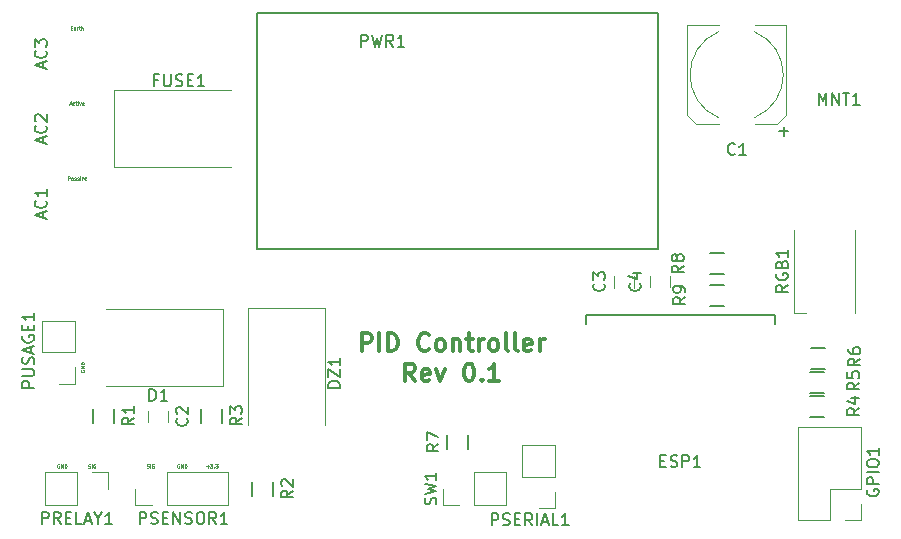
<source format=gbr>
G04 #@! TF.FileFunction,Legend,Top*
%FSLAX46Y46*%
G04 Gerber Fmt 4.6, Leading zero omitted, Abs format (unit mm)*
G04 Created by KiCad (PCBNEW 4.0.5) date Friday, 17 February 2017 'PMt' 12:17:44 PM*
%MOMM*%
%LPD*%
G01*
G04 APERTURE LIST*
%ADD10C,0.100000*%
%ADD11C,0.075000*%
%ADD12C,0.300000*%
%ADD13C,0.127000*%
%ADD14C,0.120000*%
%ADD15C,0.152400*%
%ADD16C,0.150000*%
G04 APERTURE END LIST*
D10*
D11*
X101085714Y-62589571D02*
X101185714Y-62589571D01*
X101228571Y-62746714D02*
X101085714Y-62746714D01*
X101085714Y-62446714D01*
X101228571Y-62446714D01*
X101485714Y-62746714D02*
X101485714Y-62589571D01*
X101471428Y-62561000D01*
X101442857Y-62546714D01*
X101385714Y-62546714D01*
X101357143Y-62561000D01*
X101485714Y-62732429D02*
X101457143Y-62746714D01*
X101385714Y-62746714D01*
X101357143Y-62732429D01*
X101342857Y-62703857D01*
X101342857Y-62675286D01*
X101357143Y-62646714D01*
X101385714Y-62632429D01*
X101457143Y-62632429D01*
X101485714Y-62618143D01*
X101628572Y-62746714D02*
X101628572Y-62546714D01*
X101628572Y-62603857D02*
X101642857Y-62575286D01*
X101657143Y-62561000D01*
X101685714Y-62546714D01*
X101714286Y-62546714D01*
X101771428Y-62546714D02*
X101885714Y-62546714D01*
X101814286Y-62446714D02*
X101814286Y-62703857D01*
X101828571Y-62732429D01*
X101857143Y-62746714D01*
X101885714Y-62746714D01*
X101985715Y-62746714D02*
X101985715Y-62446714D01*
X102114286Y-62746714D02*
X102114286Y-62589571D01*
X102100000Y-62561000D01*
X102071429Y-62546714D01*
X102028572Y-62546714D01*
X102000000Y-62561000D01*
X101985715Y-62575286D01*
X101000000Y-69011000D02*
X101142857Y-69011000D01*
X100971428Y-69096714D02*
X101071428Y-68796714D01*
X101171428Y-69096714D01*
X101400000Y-69082429D02*
X101371429Y-69096714D01*
X101314286Y-69096714D01*
X101285714Y-69082429D01*
X101271429Y-69068143D01*
X101257143Y-69039571D01*
X101257143Y-68953857D01*
X101271429Y-68925286D01*
X101285714Y-68911000D01*
X101314286Y-68896714D01*
X101371429Y-68896714D01*
X101400000Y-68911000D01*
X101485714Y-68896714D02*
X101600000Y-68896714D01*
X101528572Y-68796714D02*
X101528572Y-69053857D01*
X101542857Y-69082429D01*
X101571429Y-69096714D01*
X101600000Y-69096714D01*
X101700001Y-69096714D02*
X101700001Y-68896714D01*
X101700001Y-68796714D02*
X101685715Y-68811000D01*
X101700001Y-68825286D01*
X101714286Y-68811000D01*
X101700001Y-68796714D01*
X101700001Y-68825286D01*
X101814286Y-68896714D02*
X101885715Y-69096714D01*
X101957143Y-68896714D01*
X102185714Y-69082429D02*
X102157143Y-69096714D01*
X102100000Y-69096714D01*
X102071429Y-69082429D01*
X102057143Y-69053857D01*
X102057143Y-68939571D01*
X102071429Y-68911000D01*
X102100000Y-68896714D01*
X102157143Y-68896714D01*
X102185714Y-68911000D01*
X102200000Y-68939571D01*
X102200000Y-68968143D01*
X102057143Y-68996714D01*
X100828572Y-75446714D02*
X100828572Y-75146714D01*
X100942857Y-75146714D01*
X100971429Y-75161000D01*
X100985714Y-75175286D01*
X101000000Y-75203857D01*
X101000000Y-75246714D01*
X100985714Y-75275286D01*
X100971429Y-75289571D01*
X100942857Y-75303857D01*
X100828572Y-75303857D01*
X101257143Y-75446714D02*
X101257143Y-75289571D01*
X101242857Y-75261000D01*
X101214286Y-75246714D01*
X101157143Y-75246714D01*
X101128572Y-75261000D01*
X101257143Y-75432429D02*
X101228572Y-75446714D01*
X101157143Y-75446714D01*
X101128572Y-75432429D01*
X101114286Y-75403857D01*
X101114286Y-75375286D01*
X101128572Y-75346714D01*
X101157143Y-75332429D01*
X101228572Y-75332429D01*
X101257143Y-75318143D01*
X101385715Y-75432429D02*
X101414286Y-75446714D01*
X101471429Y-75446714D01*
X101500001Y-75432429D01*
X101514286Y-75403857D01*
X101514286Y-75389571D01*
X101500001Y-75361000D01*
X101471429Y-75346714D01*
X101428572Y-75346714D01*
X101400001Y-75332429D01*
X101385715Y-75303857D01*
X101385715Y-75289571D01*
X101400001Y-75261000D01*
X101428572Y-75246714D01*
X101471429Y-75246714D01*
X101500001Y-75261000D01*
X101628572Y-75432429D02*
X101657143Y-75446714D01*
X101714286Y-75446714D01*
X101742858Y-75432429D01*
X101757143Y-75403857D01*
X101757143Y-75389571D01*
X101742858Y-75361000D01*
X101714286Y-75346714D01*
X101671429Y-75346714D01*
X101642858Y-75332429D01*
X101628572Y-75303857D01*
X101628572Y-75289571D01*
X101642858Y-75261000D01*
X101671429Y-75246714D01*
X101714286Y-75246714D01*
X101742858Y-75261000D01*
X101885715Y-75446714D02*
X101885715Y-75246714D01*
X101885715Y-75146714D02*
X101871429Y-75161000D01*
X101885715Y-75175286D01*
X101900000Y-75161000D01*
X101885715Y-75146714D01*
X101885715Y-75175286D01*
X102000000Y-75246714D02*
X102071429Y-75446714D01*
X102142857Y-75246714D01*
X102371428Y-75432429D02*
X102342857Y-75446714D01*
X102285714Y-75446714D01*
X102257143Y-75432429D01*
X102242857Y-75403857D01*
X102242857Y-75289571D01*
X102257143Y-75261000D01*
X102285714Y-75246714D01*
X102342857Y-75246714D01*
X102371428Y-75261000D01*
X102385714Y-75289571D01*
X102385714Y-75318143D01*
X102242857Y-75346714D01*
D12*
X125707144Y-89954571D02*
X125707144Y-88454571D01*
X126278572Y-88454571D01*
X126421430Y-88526000D01*
X126492858Y-88597429D01*
X126564287Y-88740286D01*
X126564287Y-88954571D01*
X126492858Y-89097429D01*
X126421430Y-89168857D01*
X126278572Y-89240286D01*
X125707144Y-89240286D01*
X127207144Y-89954571D02*
X127207144Y-88454571D01*
X127921430Y-89954571D02*
X127921430Y-88454571D01*
X128278573Y-88454571D01*
X128492858Y-88526000D01*
X128635716Y-88668857D01*
X128707144Y-88811714D01*
X128778573Y-89097429D01*
X128778573Y-89311714D01*
X128707144Y-89597429D01*
X128635716Y-89740286D01*
X128492858Y-89883143D01*
X128278573Y-89954571D01*
X127921430Y-89954571D01*
X131421430Y-89811714D02*
X131350001Y-89883143D01*
X131135715Y-89954571D01*
X130992858Y-89954571D01*
X130778573Y-89883143D01*
X130635715Y-89740286D01*
X130564287Y-89597429D01*
X130492858Y-89311714D01*
X130492858Y-89097429D01*
X130564287Y-88811714D01*
X130635715Y-88668857D01*
X130778573Y-88526000D01*
X130992858Y-88454571D01*
X131135715Y-88454571D01*
X131350001Y-88526000D01*
X131421430Y-88597429D01*
X132278573Y-89954571D02*
X132135715Y-89883143D01*
X132064287Y-89811714D01*
X131992858Y-89668857D01*
X131992858Y-89240286D01*
X132064287Y-89097429D01*
X132135715Y-89026000D01*
X132278573Y-88954571D01*
X132492858Y-88954571D01*
X132635715Y-89026000D01*
X132707144Y-89097429D01*
X132778573Y-89240286D01*
X132778573Y-89668857D01*
X132707144Y-89811714D01*
X132635715Y-89883143D01*
X132492858Y-89954571D01*
X132278573Y-89954571D01*
X133421430Y-88954571D02*
X133421430Y-89954571D01*
X133421430Y-89097429D02*
X133492858Y-89026000D01*
X133635716Y-88954571D01*
X133850001Y-88954571D01*
X133992858Y-89026000D01*
X134064287Y-89168857D01*
X134064287Y-89954571D01*
X134564287Y-88954571D02*
X135135716Y-88954571D01*
X134778573Y-88454571D02*
X134778573Y-89740286D01*
X134850001Y-89883143D01*
X134992859Y-89954571D01*
X135135716Y-89954571D01*
X135635716Y-89954571D02*
X135635716Y-88954571D01*
X135635716Y-89240286D02*
X135707144Y-89097429D01*
X135778573Y-89026000D01*
X135921430Y-88954571D01*
X136064287Y-88954571D01*
X136778573Y-89954571D02*
X136635715Y-89883143D01*
X136564287Y-89811714D01*
X136492858Y-89668857D01*
X136492858Y-89240286D01*
X136564287Y-89097429D01*
X136635715Y-89026000D01*
X136778573Y-88954571D01*
X136992858Y-88954571D01*
X137135715Y-89026000D01*
X137207144Y-89097429D01*
X137278573Y-89240286D01*
X137278573Y-89668857D01*
X137207144Y-89811714D01*
X137135715Y-89883143D01*
X136992858Y-89954571D01*
X136778573Y-89954571D01*
X138135716Y-89954571D02*
X137992858Y-89883143D01*
X137921430Y-89740286D01*
X137921430Y-88454571D01*
X138921430Y-89954571D02*
X138778572Y-89883143D01*
X138707144Y-89740286D01*
X138707144Y-88454571D01*
X140064286Y-89883143D02*
X139921429Y-89954571D01*
X139635715Y-89954571D01*
X139492858Y-89883143D01*
X139421429Y-89740286D01*
X139421429Y-89168857D01*
X139492858Y-89026000D01*
X139635715Y-88954571D01*
X139921429Y-88954571D01*
X140064286Y-89026000D01*
X140135715Y-89168857D01*
X140135715Y-89311714D01*
X139421429Y-89454571D01*
X140778572Y-89954571D02*
X140778572Y-88954571D01*
X140778572Y-89240286D02*
X140850000Y-89097429D01*
X140921429Y-89026000D01*
X141064286Y-88954571D01*
X141207143Y-88954571D01*
X130242858Y-92504571D02*
X129742858Y-91790286D01*
X129385715Y-92504571D02*
X129385715Y-91004571D01*
X129957143Y-91004571D01*
X130100001Y-91076000D01*
X130171429Y-91147429D01*
X130242858Y-91290286D01*
X130242858Y-91504571D01*
X130171429Y-91647429D01*
X130100001Y-91718857D01*
X129957143Y-91790286D01*
X129385715Y-91790286D01*
X131457143Y-92433143D02*
X131314286Y-92504571D01*
X131028572Y-92504571D01*
X130885715Y-92433143D01*
X130814286Y-92290286D01*
X130814286Y-91718857D01*
X130885715Y-91576000D01*
X131028572Y-91504571D01*
X131314286Y-91504571D01*
X131457143Y-91576000D01*
X131528572Y-91718857D01*
X131528572Y-91861714D01*
X130814286Y-92004571D01*
X132028572Y-91504571D02*
X132385715Y-92504571D01*
X132742857Y-91504571D01*
X134742857Y-91004571D02*
X134885714Y-91004571D01*
X135028571Y-91076000D01*
X135100000Y-91147429D01*
X135171429Y-91290286D01*
X135242857Y-91576000D01*
X135242857Y-91933143D01*
X135171429Y-92218857D01*
X135100000Y-92361714D01*
X135028571Y-92433143D01*
X134885714Y-92504571D01*
X134742857Y-92504571D01*
X134600000Y-92433143D01*
X134528571Y-92361714D01*
X134457143Y-92218857D01*
X134385714Y-91933143D01*
X134385714Y-91576000D01*
X134457143Y-91290286D01*
X134528571Y-91147429D01*
X134600000Y-91076000D01*
X134742857Y-91004571D01*
X135885714Y-92361714D02*
X135957142Y-92433143D01*
X135885714Y-92504571D01*
X135814285Y-92433143D01*
X135885714Y-92361714D01*
X135885714Y-92504571D01*
X137385714Y-92504571D02*
X136528571Y-92504571D01*
X136957143Y-92504571D02*
X136957143Y-91004571D01*
X136814286Y-91218857D01*
X136671428Y-91361714D01*
X136528571Y-91433143D01*
D11*
X101958000Y-91541572D02*
X101943714Y-91570143D01*
X101943714Y-91613000D01*
X101958000Y-91655857D01*
X101986571Y-91684429D01*
X102015143Y-91698714D01*
X102072286Y-91713000D01*
X102115143Y-91713000D01*
X102172286Y-91698714D01*
X102200857Y-91684429D01*
X102229429Y-91655857D01*
X102243714Y-91613000D01*
X102243714Y-91584429D01*
X102229429Y-91541572D01*
X102215143Y-91527286D01*
X102115143Y-91527286D01*
X102115143Y-91584429D01*
X102243714Y-91398714D02*
X101943714Y-91398714D01*
X102243714Y-91227286D01*
X101943714Y-91227286D01*
X102243714Y-91084428D02*
X101943714Y-91084428D01*
X101943714Y-91013000D01*
X101958000Y-90970143D01*
X101986571Y-90941571D01*
X102015143Y-90927286D01*
X102072286Y-90913000D01*
X102115143Y-90913000D01*
X102172286Y-90927286D01*
X102200857Y-90941571D01*
X102229429Y-90970143D01*
X102243714Y-91013000D01*
X102243714Y-91084428D01*
X102562858Y-99816429D02*
X102605715Y-99830714D01*
X102677144Y-99830714D01*
X102705715Y-99816429D01*
X102720001Y-99802143D01*
X102734286Y-99773571D01*
X102734286Y-99745000D01*
X102720001Y-99716429D01*
X102705715Y-99702143D01*
X102677144Y-99687857D01*
X102620001Y-99673571D01*
X102591429Y-99659286D01*
X102577144Y-99645000D01*
X102562858Y-99616429D01*
X102562858Y-99587857D01*
X102577144Y-99559286D01*
X102591429Y-99545000D01*
X102620001Y-99530714D01*
X102691429Y-99530714D01*
X102734286Y-99545000D01*
X102862858Y-99830714D02*
X102862858Y-99530714D01*
X103162857Y-99545000D02*
X103134286Y-99530714D01*
X103091429Y-99530714D01*
X103048572Y-99545000D01*
X103020000Y-99573571D01*
X103005715Y-99602143D01*
X102991429Y-99659286D01*
X102991429Y-99702143D01*
X103005715Y-99759286D01*
X103020000Y-99787857D01*
X103048572Y-99816429D01*
X103091429Y-99830714D01*
X103120000Y-99830714D01*
X103162857Y-99816429D01*
X103177143Y-99802143D01*
X103177143Y-99702143D01*
X103120000Y-99702143D01*
X107515858Y-99816429D02*
X107558715Y-99830714D01*
X107630144Y-99830714D01*
X107658715Y-99816429D01*
X107673001Y-99802143D01*
X107687286Y-99773571D01*
X107687286Y-99745000D01*
X107673001Y-99716429D01*
X107658715Y-99702143D01*
X107630144Y-99687857D01*
X107573001Y-99673571D01*
X107544429Y-99659286D01*
X107530144Y-99645000D01*
X107515858Y-99616429D01*
X107515858Y-99587857D01*
X107530144Y-99559286D01*
X107544429Y-99545000D01*
X107573001Y-99530714D01*
X107644429Y-99530714D01*
X107687286Y-99545000D01*
X107815858Y-99830714D02*
X107815858Y-99530714D01*
X108115857Y-99545000D02*
X108087286Y-99530714D01*
X108044429Y-99530714D01*
X108001572Y-99545000D01*
X107973000Y-99573571D01*
X107958715Y-99602143D01*
X107944429Y-99659286D01*
X107944429Y-99702143D01*
X107958715Y-99759286D01*
X107973000Y-99787857D01*
X108001572Y-99816429D01*
X108044429Y-99830714D01*
X108073000Y-99830714D01*
X108115857Y-99816429D01*
X108130143Y-99802143D01*
X108130143Y-99702143D01*
X108073000Y-99702143D01*
X112558572Y-99716429D02*
X112787143Y-99716429D01*
X112672857Y-99830714D02*
X112672857Y-99602143D01*
X112901429Y-99530714D02*
X113087143Y-99530714D01*
X112987143Y-99645000D01*
X113030001Y-99645000D01*
X113058572Y-99659286D01*
X113072858Y-99673571D01*
X113087143Y-99702143D01*
X113087143Y-99773571D01*
X113072858Y-99802143D01*
X113058572Y-99816429D01*
X113030001Y-99830714D01*
X112944286Y-99830714D01*
X112915715Y-99816429D01*
X112901429Y-99802143D01*
X113215715Y-99802143D02*
X113230000Y-99816429D01*
X113215715Y-99830714D01*
X113201429Y-99816429D01*
X113215715Y-99802143D01*
X113215715Y-99830714D01*
X113330000Y-99530714D02*
X113515714Y-99530714D01*
X113415714Y-99645000D01*
X113458572Y-99645000D01*
X113487143Y-99659286D01*
X113501429Y-99673571D01*
X113515714Y-99702143D01*
X113515714Y-99773571D01*
X113501429Y-99802143D01*
X113487143Y-99816429D01*
X113458572Y-99830714D01*
X113372857Y-99830714D01*
X113344286Y-99816429D01*
X113330000Y-99802143D01*
X110261428Y-99545000D02*
X110232857Y-99530714D01*
X110190000Y-99530714D01*
X110147143Y-99545000D01*
X110118571Y-99573571D01*
X110104286Y-99602143D01*
X110090000Y-99659286D01*
X110090000Y-99702143D01*
X110104286Y-99759286D01*
X110118571Y-99787857D01*
X110147143Y-99816429D01*
X110190000Y-99830714D01*
X110218571Y-99830714D01*
X110261428Y-99816429D01*
X110275714Y-99802143D01*
X110275714Y-99702143D01*
X110218571Y-99702143D01*
X110404286Y-99830714D02*
X110404286Y-99530714D01*
X110575714Y-99830714D01*
X110575714Y-99530714D01*
X110718572Y-99830714D02*
X110718572Y-99530714D01*
X110790000Y-99530714D01*
X110832857Y-99545000D01*
X110861429Y-99573571D01*
X110875714Y-99602143D01*
X110890000Y-99659286D01*
X110890000Y-99702143D01*
X110875714Y-99759286D01*
X110861429Y-99787857D01*
X110832857Y-99816429D01*
X110790000Y-99830714D01*
X110718572Y-99830714D01*
X100101428Y-99545000D02*
X100072857Y-99530714D01*
X100030000Y-99530714D01*
X99987143Y-99545000D01*
X99958571Y-99573571D01*
X99944286Y-99602143D01*
X99930000Y-99659286D01*
X99930000Y-99702143D01*
X99944286Y-99759286D01*
X99958571Y-99787857D01*
X99987143Y-99816429D01*
X100030000Y-99830714D01*
X100058571Y-99830714D01*
X100101428Y-99816429D01*
X100115714Y-99802143D01*
X100115714Y-99702143D01*
X100058571Y-99702143D01*
X100244286Y-99830714D02*
X100244286Y-99530714D01*
X100415714Y-99830714D01*
X100415714Y-99530714D01*
X100558572Y-99830714D02*
X100558572Y-99530714D01*
X100630000Y-99530714D01*
X100672857Y-99545000D01*
X100701429Y-99573571D01*
X100715714Y-99602143D01*
X100730000Y-99659286D01*
X100730000Y-99702143D01*
X100715714Y-99759286D01*
X100701429Y-99787857D01*
X100672857Y-99816429D01*
X100630000Y-99830714D01*
X100558572Y-99830714D01*
D13*
X150826000Y-81334000D02*
X150826000Y-61334000D01*
X116826000Y-61334000D02*
X116826000Y-81334000D01*
X116826000Y-81334000D02*
X150826000Y-81334000D01*
X150826000Y-61334000D02*
X116826000Y-61334000D01*
D14*
X158988639Y-70183306D02*
G75*
G03X158991300Y-62917800I-1508639J3633306D01*
G01*
X155970597Y-62891616D02*
G75*
G03X155968700Y-70207600I1509403J-3658384D01*
G01*
X160909000Y-70741000D02*
X158991300Y-70741000D01*
X154051000Y-70741000D02*
X155968700Y-70741000D01*
X161671000Y-62359000D02*
X158991300Y-62359000D01*
X153289000Y-62359000D02*
X155968700Y-62359000D01*
X161671000Y-62359000D02*
X161671000Y-69979000D01*
X161671000Y-69979000D02*
X160909000Y-70741000D01*
X154051000Y-70741000D02*
X153289000Y-69979000D01*
X153289000Y-69979000D02*
X153289000Y-62359000D01*
X109308000Y-95984000D02*
X109308000Y-94984000D01*
X107608000Y-94984000D02*
X107608000Y-95984000D01*
X147105000Y-83574000D02*
X147105000Y-84574000D01*
X148805000Y-84574000D02*
X148805000Y-83574000D01*
X150153000Y-83554000D02*
X150153000Y-84554000D01*
X151853000Y-84554000D02*
X151853000Y-83554000D01*
X113983000Y-86412000D02*
X113983000Y-92912000D01*
X113983000Y-86412000D02*
X104083000Y-86412000D01*
X113983000Y-92912000D02*
X104083000Y-92912000D01*
X116130000Y-86321000D02*
X122630000Y-86321000D01*
X116130000Y-86321000D02*
X116130000Y-96221000D01*
X122630000Y-86321000D02*
X122630000Y-96221000D01*
D15*
X160685000Y-87660000D02*
X160685000Y-86898000D01*
X160685000Y-86898000D02*
X144683000Y-86898000D01*
X144683000Y-86898000D02*
X144683000Y-87660000D01*
D14*
X104736000Y-74370000D02*
X104736000Y-67870000D01*
X104736000Y-74370000D02*
X114636000Y-74370000D01*
X104736000Y-67870000D02*
X114636000Y-67870000D01*
X168014000Y-101600000D02*
X168014000Y-96400000D01*
X168014000Y-96400000D02*
X162694000Y-96400000D01*
X162694000Y-96400000D02*
X162694000Y-104260000D01*
X162694000Y-104260000D02*
X165354000Y-104260000D01*
X165354000Y-104260000D02*
X165354000Y-101600000D01*
X165354000Y-101600000D02*
X168014000Y-101600000D01*
X168014000Y-102870000D02*
X168014000Y-104260000D01*
X168014000Y-104260000D02*
X166624000Y-104260000D01*
X101600000Y-100210000D02*
X98940000Y-100210000D01*
X98940000Y-100210000D02*
X98940000Y-102990000D01*
X98940000Y-102990000D02*
X101600000Y-102990000D01*
X101600000Y-102990000D02*
X101600000Y-100210000D01*
X102870000Y-100210000D02*
X104260000Y-100210000D01*
X104260000Y-100210000D02*
X104260000Y-101600000D01*
X109220000Y-102990000D02*
X114420000Y-102990000D01*
X114420000Y-102990000D02*
X114420000Y-100210000D01*
X114420000Y-100210000D02*
X109220000Y-100210000D01*
X109220000Y-100210000D02*
X109220000Y-102990000D01*
X107950000Y-102990000D02*
X106560000Y-102990000D01*
X106560000Y-102990000D02*
X106560000Y-101600000D01*
X142106000Y-100584000D02*
X142106000Y-97924000D01*
X142106000Y-97924000D02*
X139326000Y-97924000D01*
X139326000Y-97924000D02*
X139326000Y-100584000D01*
X139326000Y-100584000D02*
X142106000Y-100584000D01*
X142106000Y-101854000D02*
X142106000Y-103244000D01*
X142106000Y-103244000D02*
X140716000Y-103244000D01*
X101466000Y-90043000D02*
X101466000Y-87383000D01*
X101466000Y-87383000D02*
X98686000Y-87383000D01*
X98686000Y-87383000D02*
X98686000Y-90043000D01*
X98686000Y-90043000D02*
X101466000Y-90043000D01*
X101466000Y-91313000D02*
X101466000Y-92703000D01*
X101466000Y-92703000D02*
X100076000Y-92703000D01*
D16*
X103011000Y-96024000D02*
X103011000Y-94824000D01*
X104761000Y-94824000D02*
X104761000Y-96024000D01*
X116473000Y-102200000D02*
X116473000Y-101000000D01*
X118223000Y-101000000D02*
X118223000Y-102200000D01*
X112155000Y-96024000D02*
X112155000Y-94824000D01*
X113905000Y-94824000D02*
X113905000Y-96024000D01*
X164891000Y-95490000D02*
X163691000Y-95490000D01*
X163691000Y-93740000D02*
X164891000Y-93740000D01*
X164891000Y-93458000D02*
X163691000Y-93458000D01*
X163691000Y-91708000D02*
X164891000Y-91708000D01*
X164938000Y-91426000D02*
X163738000Y-91426000D01*
X163738000Y-89676000D02*
X164938000Y-89676000D01*
X134733000Y-97063000D02*
X134733000Y-98263000D01*
X132983000Y-98263000D02*
X132983000Y-97063000D01*
X155182000Y-81675000D02*
X156382000Y-81675000D01*
X156382000Y-83425000D02*
X155182000Y-83425000D01*
X156382000Y-86092000D02*
X155182000Y-86092000D01*
X155182000Y-84342000D02*
X156382000Y-84342000D01*
D14*
X167446000Y-86685000D02*
X167446000Y-79685000D01*
X163296000Y-86685000D02*
X162296000Y-86685000D01*
X162296000Y-86685000D02*
X162296000Y-79685000D01*
X135255000Y-102990000D02*
X137915000Y-102990000D01*
X137915000Y-102990000D02*
X137915000Y-100210000D01*
X137915000Y-100210000D02*
X135255000Y-100210000D01*
X135255000Y-100210000D02*
X135255000Y-102990000D01*
X133985000Y-102990000D02*
X132595000Y-102990000D01*
X132595000Y-102990000D02*
X132595000Y-101600000D01*
D16*
X125666476Y-64166381D02*
X125666476Y-63166381D01*
X126047429Y-63166381D01*
X126142667Y-63214000D01*
X126190286Y-63261619D01*
X126237905Y-63356857D01*
X126237905Y-63499714D01*
X126190286Y-63594952D01*
X126142667Y-63642571D01*
X126047429Y-63690190D01*
X125666476Y-63690190D01*
X126571238Y-63166381D02*
X126809333Y-64166381D01*
X126999810Y-63452095D01*
X127190286Y-64166381D01*
X127428381Y-63166381D01*
X128380762Y-64166381D02*
X128047428Y-63690190D01*
X127809333Y-64166381D02*
X127809333Y-63166381D01*
X128190286Y-63166381D01*
X128285524Y-63214000D01*
X128333143Y-63261619D01*
X128380762Y-63356857D01*
X128380762Y-63499714D01*
X128333143Y-63594952D01*
X128285524Y-63642571D01*
X128190286Y-63690190D01*
X127809333Y-63690190D01*
X129333143Y-64166381D02*
X128761714Y-64166381D01*
X129047428Y-64166381D02*
X129047428Y-63166381D01*
X128952190Y-63309238D01*
X128856952Y-63404476D01*
X128761714Y-63452095D01*
X98766667Y-78684286D02*
X98766667Y-78208095D01*
X99052381Y-78779524D02*
X98052381Y-78446191D01*
X99052381Y-78112857D01*
X98957143Y-77208095D02*
X99004762Y-77255714D01*
X99052381Y-77398571D01*
X99052381Y-77493809D01*
X99004762Y-77636667D01*
X98909524Y-77731905D01*
X98814286Y-77779524D01*
X98623810Y-77827143D01*
X98480952Y-77827143D01*
X98290476Y-77779524D01*
X98195238Y-77731905D01*
X98100000Y-77636667D01*
X98052381Y-77493809D01*
X98052381Y-77398571D01*
X98100000Y-77255714D01*
X98147619Y-77208095D01*
X99052381Y-76255714D02*
X99052381Y-76827143D01*
X99052381Y-76541429D02*
X98052381Y-76541429D01*
X98195238Y-76636667D01*
X98290476Y-76731905D01*
X98338095Y-76827143D01*
X98766667Y-72334286D02*
X98766667Y-71858095D01*
X99052381Y-72429524D02*
X98052381Y-72096191D01*
X99052381Y-71762857D01*
X98957143Y-70858095D02*
X99004762Y-70905714D01*
X99052381Y-71048571D01*
X99052381Y-71143809D01*
X99004762Y-71286667D01*
X98909524Y-71381905D01*
X98814286Y-71429524D01*
X98623810Y-71477143D01*
X98480952Y-71477143D01*
X98290476Y-71429524D01*
X98195238Y-71381905D01*
X98100000Y-71286667D01*
X98052381Y-71143809D01*
X98052381Y-71048571D01*
X98100000Y-70905714D01*
X98147619Y-70858095D01*
X98147619Y-70477143D02*
X98100000Y-70429524D01*
X98052381Y-70334286D01*
X98052381Y-70096190D01*
X98100000Y-70000952D01*
X98147619Y-69953333D01*
X98242857Y-69905714D01*
X98338095Y-69905714D01*
X98480952Y-69953333D01*
X99052381Y-70524762D01*
X99052381Y-69905714D01*
X98766667Y-65984286D02*
X98766667Y-65508095D01*
X99052381Y-66079524D02*
X98052381Y-65746191D01*
X99052381Y-65412857D01*
X98957143Y-64508095D02*
X99004762Y-64555714D01*
X99052381Y-64698571D01*
X99052381Y-64793809D01*
X99004762Y-64936667D01*
X98909524Y-65031905D01*
X98814286Y-65079524D01*
X98623810Y-65127143D01*
X98480952Y-65127143D01*
X98290476Y-65079524D01*
X98195238Y-65031905D01*
X98100000Y-64936667D01*
X98052381Y-64793809D01*
X98052381Y-64698571D01*
X98100000Y-64555714D01*
X98147619Y-64508095D01*
X98052381Y-64174762D02*
X98052381Y-63555714D01*
X98433333Y-63889048D01*
X98433333Y-63746190D01*
X98480952Y-63650952D01*
X98528571Y-63603333D01*
X98623810Y-63555714D01*
X98861905Y-63555714D01*
X98957143Y-63603333D01*
X99004762Y-63650952D01*
X99052381Y-63746190D01*
X99052381Y-64031905D01*
X99004762Y-64127143D01*
X98957143Y-64174762D01*
X157313334Y-73255143D02*
X157265715Y-73302762D01*
X157122858Y-73350381D01*
X157027620Y-73350381D01*
X156884762Y-73302762D01*
X156789524Y-73207524D01*
X156741905Y-73112286D01*
X156694286Y-72921810D01*
X156694286Y-72778952D01*
X156741905Y-72588476D01*
X156789524Y-72493238D01*
X156884762Y-72398000D01*
X157027620Y-72350381D01*
X157122858Y-72350381D01*
X157265715Y-72398000D01*
X157313334Y-72445619D01*
X158265715Y-73350381D02*
X157694286Y-73350381D01*
X157980000Y-73350381D02*
X157980000Y-72350381D01*
X157884762Y-72493238D01*
X157789524Y-72588476D01*
X157694286Y-72636095D01*
X161463029Y-71706152D02*
X161463029Y-70944247D01*
X161843981Y-71325199D02*
X161082076Y-71325199D01*
X110915143Y-95650666D02*
X110962762Y-95698285D01*
X111010381Y-95841142D01*
X111010381Y-95936380D01*
X110962762Y-96079238D01*
X110867524Y-96174476D01*
X110772286Y-96222095D01*
X110581810Y-96269714D01*
X110438952Y-96269714D01*
X110248476Y-96222095D01*
X110153238Y-96174476D01*
X110058000Y-96079238D01*
X110010381Y-95936380D01*
X110010381Y-95841142D01*
X110058000Y-95698285D01*
X110105619Y-95650666D01*
X110105619Y-95269714D02*
X110058000Y-95222095D01*
X110010381Y-95126857D01*
X110010381Y-94888761D01*
X110058000Y-94793523D01*
X110105619Y-94745904D01*
X110200857Y-94698285D01*
X110296095Y-94698285D01*
X110438952Y-94745904D01*
X111010381Y-95317333D01*
X111010381Y-94698285D01*
X146212143Y-84240666D02*
X146259762Y-84288285D01*
X146307381Y-84431142D01*
X146307381Y-84526380D01*
X146259762Y-84669238D01*
X146164524Y-84764476D01*
X146069286Y-84812095D01*
X145878810Y-84859714D01*
X145735952Y-84859714D01*
X145545476Y-84812095D01*
X145450238Y-84764476D01*
X145355000Y-84669238D01*
X145307381Y-84526380D01*
X145307381Y-84431142D01*
X145355000Y-84288285D01*
X145402619Y-84240666D01*
X145307381Y-83907333D02*
X145307381Y-83288285D01*
X145688333Y-83621619D01*
X145688333Y-83478761D01*
X145735952Y-83383523D01*
X145783571Y-83335904D01*
X145878810Y-83288285D01*
X146116905Y-83288285D01*
X146212143Y-83335904D01*
X146259762Y-83383523D01*
X146307381Y-83478761D01*
X146307381Y-83764476D01*
X146259762Y-83859714D01*
X146212143Y-83907333D01*
X149260143Y-84220666D02*
X149307762Y-84268285D01*
X149355381Y-84411142D01*
X149355381Y-84506380D01*
X149307762Y-84649238D01*
X149212524Y-84744476D01*
X149117286Y-84792095D01*
X148926810Y-84839714D01*
X148783952Y-84839714D01*
X148593476Y-84792095D01*
X148498238Y-84744476D01*
X148403000Y-84649238D01*
X148355381Y-84506380D01*
X148355381Y-84411142D01*
X148403000Y-84268285D01*
X148450619Y-84220666D01*
X148688714Y-83363523D02*
X149355381Y-83363523D01*
X148307762Y-83601619D02*
X149022048Y-83839714D01*
X149022048Y-83220666D01*
X107744905Y-94164381D02*
X107744905Y-93164381D01*
X107983000Y-93164381D01*
X108125858Y-93212000D01*
X108221096Y-93307238D01*
X108268715Y-93402476D01*
X108316334Y-93592952D01*
X108316334Y-93735810D01*
X108268715Y-93926286D01*
X108221096Y-94021524D01*
X108125858Y-94116762D01*
X107983000Y-94164381D01*
X107744905Y-94164381D01*
X109268715Y-94164381D02*
X108697286Y-94164381D01*
X108983000Y-94164381D02*
X108983000Y-93164381D01*
X108887762Y-93307238D01*
X108792524Y-93402476D01*
X108697286Y-93450095D01*
X123882381Y-93035286D02*
X122882381Y-93035286D01*
X122882381Y-92797191D01*
X122930000Y-92654333D01*
X123025238Y-92559095D01*
X123120476Y-92511476D01*
X123310952Y-92463857D01*
X123453810Y-92463857D01*
X123644286Y-92511476D01*
X123739524Y-92559095D01*
X123834762Y-92654333D01*
X123882381Y-92797191D01*
X123882381Y-93035286D01*
X122882381Y-92130524D02*
X122882381Y-91463857D01*
X123882381Y-92130524D01*
X123882381Y-91463857D01*
X123882381Y-90559095D02*
X123882381Y-91130524D01*
X123882381Y-90844810D02*
X122882381Y-90844810D01*
X123025238Y-90940048D01*
X123120476Y-91035286D01*
X123168095Y-91130524D01*
X151017333Y-99242571D02*
X151350667Y-99242571D01*
X151493524Y-99766381D02*
X151017333Y-99766381D01*
X151017333Y-98766381D01*
X151493524Y-98766381D01*
X151874476Y-99718762D02*
X152017333Y-99766381D01*
X152255429Y-99766381D01*
X152350667Y-99718762D01*
X152398286Y-99671143D01*
X152445905Y-99575905D01*
X152445905Y-99480667D01*
X152398286Y-99385429D01*
X152350667Y-99337810D01*
X152255429Y-99290190D01*
X152064952Y-99242571D01*
X151969714Y-99194952D01*
X151922095Y-99147333D01*
X151874476Y-99052095D01*
X151874476Y-98956857D01*
X151922095Y-98861619D01*
X151969714Y-98814000D01*
X152064952Y-98766381D01*
X152303048Y-98766381D01*
X152445905Y-98814000D01*
X152874476Y-99766381D02*
X152874476Y-98766381D01*
X153255429Y-98766381D01*
X153350667Y-98814000D01*
X153398286Y-98861619D01*
X153445905Y-98956857D01*
X153445905Y-99099714D01*
X153398286Y-99194952D01*
X153350667Y-99242571D01*
X153255429Y-99290190D01*
X152874476Y-99290190D01*
X154398286Y-99766381D02*
X153826857Y-99766381D01*
X154112571Y-99766381D02*
X154112571Y-98766381D01*
X154017333Y-98909238D01*
X153922095Y-99004476D01*
X153826857Y-99052095D01*
X108450286Y-66998571D02*
X108116952Y-66998571D01*
X108116952Y-67522381D02*
X108116952Y-66522381D01*
X108593143Y-66522381D01*
X108974095Y-66522381D02*
X108974095Y-67331905D01*
X109021714Y-67427143D01*
X109069333Y-67474762D01*
X109164571Y-67522381D01*
X109355048Y-67522381D01*
X109450286Y-67474762D01*
X109497905Y-67427143D01*
X109545524Y-67331905D01*
X109545524Y-66522381D01*
X109974095Y-67474762D02*
X110116952Y-67522381D01*
X110355048Y-67522381D01*
X110450286Y-67474762D01*
X110497905Y-67427143D01*
X110545524Y-67331905D01*
X110545524Y-67236667D01*
X110497905Y-67141429D01*
X110450286Y-67093810D01*
X110355048Y-67046190D01*
X110164571Y-66998571D01*
X110069333Y-66950952D01*
X110021714Y-66903333D01*
X109974095Y-66808095D01*
X109974095Y-66712857D01*
X110021714Y-66617619D01*
X110069333Y-66570000D01*
X110164571Y-66522381D01*
X110402667Y-66522381D01*
X110545524Y-66570000D01*
X110974095Y-66998571D02*
X111307429Y-66998571D01*
X111450286Y-67522381D02*
X110974095Y-67522381D01*
X110974095Y-66522381D01*
X111450286Y-66522381D01*
X112402667Y-67522381D02*
X111831238Y-67522381D01*
X112116952Y-67522381D02*
X112116952Y-66522381D01*
X112021714Y-66665238D01*
X111926476Y-66760476D01*
X111831238Y-66808095D01*
X168537000Y-101679190D02*
X168489381Y-101774428D01*
X168489381Y-101917285D01*
X168537000Y-102060143D01*
X168632238Y-102155381D01*
X168727476Y-102203000D01*
X168917952Y-102250619D01*
X169060810Y-102250619D01*
X169251286Y-102203000D01*
X169346524Y-102155381D01*
X169441762Y-102060143D01*
X169489381Y-101917285D01*
X169489381Y-101822047D01*
X169441762Y-101679190D01*
X169394143Y-101631571D01*
X169060810Y-101631571D01*
X169060810Y-101822047D01*
X169489381Y-101203000D02*
X168489381Y-101203000D01*
X168489381Y-100822047D01*
X168537000Y-100726809D01*
X168584619Y-100679190D01*
X168679857Y-100631571D01*
X168822714Y-100631571D01*
X168917952Y-100679190D01*
X168965571Y-100726809D01*
X169013190Y-100822047D01*
X169013190Y-101203000D01*
X169489381Y-100203000D02*
X168489381Y-100203000D01*
X168489381Y-99536334D02*
X168489381Y-99345857D01*
X168537000Y-99250619D01*
X168632238Y-99155381D01*
X168822714Y-99107762D01*
X169156048Y-99107762D01*
X169346524Y-99155381D01*
X169441762Y-99250619D01*
X169489381Y-99345857D01*
X169489381Y-99536334D01*
X169441762Y-99631572D01*
X169346524Y-99726810D01*
X169156048Y-99774429D01*
X168822714Y-99774429D01*
X168632238Y-99726810D01*
X168537000Y-99631572D01*
X168489381Y-99536334D01*
X169489381Y-98155381D02*
X169489381Y-98726810D01*
X169489381Y-98441096D02*
X168489381Y-98441096D01*
X168632238Y-98536334D01*
X168727476Y-98631572D01*
X168775095Y-98726810D01*
X98647619Y-104592381D02*
X98647619Y-103592381D01*
X99028572Y-103592381D01*
X99123810Y-103640000D01*
X99171429Y-103687619D01*
X99219048Y-103782857D01*
X99219048Y-103925714D01*
X99171429Y-104020952D01*
X99123810Y-104068571D01*
X99028572Y-104116190D01*
X98647619Y-104116190D01*
X100219048Y-104592381D02*
X99885714Y-104116190D01*
X99647619Y-104592381D02*
X99647619Y-103592381D01*
X100028572Y-103592381D01*
X100123810Y-103640000D01*
X100171429Y-103687619D01*
X100219048Y-103782857D01*
X100219048Y-103925714D01*
X100171429Y-104020952D01*
X100123810Y-104068571D01*
X100028572Y-104116190D01*
X99647619Y-104116190D01*
X100647619Y-104068571D02*
X100980953Y-104068571D01*
X101123810Y-104592381D02*
X100647619Y-104592381D01*
X100647619Y-103592381D01*
X101123810Y-103592381D01*
X102028572Y-104592381D02*
X101552381Y-104592381D01*
X101552381Y-103592381D01*
X102314286Y-104306667D02*
X102790477Y-104306667D01*
X102219048Y-104592381D02*
X102552381Y-103592381D01*
X102885715Y-104592381D01*
X103409524Y-104116190D02*
X103409524Y-104592381D01*
X103076191Y-103592381D02*
X103409524Y-104116190D01*
X103742858Y-103592381D01*
X104600001Y-104592381D02*
X104028572Y-104592381D01*
X104314286Y-104592381D02*
X104314286Y-103592381D01*
X104219048Y-103735238D01*
X104123810Y-103830476D01*
X104028572Y-103878095D01*
X106926524Y-104592381D02*
X106926524Y-103592381D01*
X107307477Y-103592381D01*
X107402715Y-103640000D01*
X107450334Y-103687619D01*
X107497953Y-103782857D01*
X107497953Y-103925714D01*
X107450334Y-104020952D01*
X107402715Y-104068571D01*
X107307477Y-104116190D01*
X106926524Y-104116190D01*
X107878905Y-104544762D02*
X108021762Y-104592381D01*
X108259858Y-104592381D01*
X108355096Y-104544762D01*
X108402715Y-104497143D01*
X108450334Y-104401905D01*
X108450334Y-104306667D01*
X108402715Y-104211429D01*
X108355096Y-104163810D01*
X108259858Y-104116190D01*
X108069381Y-104068571D01*
X107974143Y-104020952D01*
X107926524Y-103973333D01*
X107878905Y-103878095D01*
X107878905Y-103782857D01*
X107926524Y-103687619D01*
X107974143Y-103640000D01*
X108069381Y-103592381D01*
X108307477Y-103592381D01*
X108450334Y-103640000D01*
X108878905Y-104068571D02*
X109212239Y-104068571D01*
X109355096Y-104592381D02*
X108878905Y-104592381D01*
X108878905Y-103592381D01*
X109355096Y-103592381D01*
X109783667Y-104592381D02*
X109783667Y-103592381D01*
X110355096Y-104592381D01*
X110355096Y-103592381D01*
X110783667Y-104544762D02*
X110926524Y-104592381D01*
X111164620Y-104592381D01*
X111259858Y-104544762D01*
X111307477Y-104497143D01*
X111355096Y-104401905D01*
X111355096Y-104306667D01*
X111307477Y-104211429D01*
X111259858Y-104163810D01*
X111164620Y-104116190D01*
X110974143Y-104068571D01*
X110878905Y-104020952D01*
X110831286Y-103973333D01*
X110783667Y-103878095D01*
X110783667Y-103782857D01*
X110831286Y-103687619D01*
X110878905Y-103640000D01*
X110974143Y-103592381D01*
X111212239Y-103592381D01*
X111355096Y-103640000D01*
X111974143Y-103592381D02*
X112164620Y-103592381D01*
X112259858Y-103640000D01*
X112355096Y-103735238D01*
X112402715Y-103925714D01*
X112402715Y-104259048D01*
X112355096Y-104449524D01*
X112259858Y-104544762D01*
X112164620Y-104592381D01*
X111974143Y-104592381D01*
X111878905Y-104544762D01*
X111783667Y-104449524D01*
X111736048Y-104259048D01*
X111736048Y-103925714D01*
X111783667Y-103735238D01*
X111878905Y-103640000D01*
X111974143Y-103592381D01*
X113402715Y-104592381D02*
X113069381Y-104116190D01*
X112831286Y-104592381D02*
X112831286Y-103592381D01*
X113212239Y-103592381D01*
X113307477Y-103640000D01*
X113355096Y-103687619D01*
X113402715Y-103782857D01*
X113402715Y-103925714D01*
X113355096Y-104020952D01*
X113307477Y-104068571D01*
X113212239Y-104116190D01*
X112831286Y-104116190D01*
X114355096Y-104592381D02*
X113783667Y-104592381D01*
X114069381Y-104592381D02*
X114069381Y-103592381D01*
X113974143Y-103735238D01*
X113878905Y-103830476D01*
X113783667Y-103878095D01*
X136715905Y-104696381D02*
X136715905Y-103696381D01*
X137096858Y-103696381D01*
X137192096Y-103744000D01*
X137239715Y-103791619D01*
X137287334Y-103886857D01*
X137287334Y-104029714D01*
X137239715Y-104124952D01*
X137192096Y-104172571D01*
X137096858Y-104220190D01*
X136715905Y-104220190D01*
X137668286Y-104648762D02*
X137811143Y-104696381D01*
X138049239Y-104696381D01*
X138144477Y-104648762D01*
X138192096Y-104601143D01*
X138239715Y-104505905D01*
X138239715Y-104410667D01*
X138192096Y-104315429D01*
X138144477Y-104267810D01*
X138049239Y-104220190D01*
X137858762Y-104172571D01*
X137763524Y-104124952D01*
X137715905Y-104077333D01*
X137668286Y-103982095D01*
X137668286Y-103886857D01*
X137715905Y-103791619D01*
X137763524Y-103744000D01*
X137858762Y-103696381D01*
X138096858Y-103696381D01*
X138239715Y-103744000D01*
X138668286Y-104172571D02*
X139001620Y-104172571D01*
X139144477Y-104696381D02*
X138668286Y-104696381D01*
X138668286Y-103696381D01*
X139144477Y-103696381D01*
X140144477Y-104696381D02*
X139811143Y-104220190D01*
X139573048Y-104696381D02*
X139573048Y-103696381D01*
X139954001Y-103696381D01*
X140049239Y-103744000D01*
X140096858Y-103791619D01*
X140144477Y-103886857D01*
X140144477Y-104029714D01*
X140096858Y-104124952D01*
X140049239Y-104172571D01*
X139954001Y-104220190D01*
X139573048Y-104220190D01*
X140573048Y-104696381D02*
X140573048Y-103696381D01*
X141001619Y-104410667D02*
X141477810Y-104410667D01*
X140906381Y-104696381D02*
X141239714Y-103696381D01*
X141573048Y-104696381D01*
X142382572Y-104696381D02*
X141906381Y-104696381D01*
X141906381Y-103696381D01*
X143239715Y-104696381D02*
X142668286Y-104696381D01*
X142954000Y-104696381D02*
X142954000Y-103696381D01*
X142858762Y-103839238D01*
X142763524Y-103934476D01*
X142668286Y-103982095D01*
X97988381Y-93035048D02*
X96988381Y-93035048D01*
X96988381Y-92654095D01*
X97036000Y-92558857D01*
X97083619Y-92511238D01*
X97178857Y-92463619D01*
X97321714Y-92463619D01*
X97416952Y-92511238D01*
X97464571Y-92558857D01*
X97512190Y-92654095D01*
X97512190Y-93035048D01*
X96988381Y-92035048D02*
X97797905Y-92035048D01*
X97893143Y-91987429D01*
X97940762Y-91939810D01*
X97988381Y-91844572D01*
X97988381Y-91654095D01*
X97940762Y-91558857D01*
X97893143Y-91511238D01*
X97797905Y-91463619D01*
X96988381Y-91463619D01*
X97940762Y-91035048D02*
X97988381Y-90892191D01*
X97988381Y-90654095D01*
X97940762Y-90558857D01*
X97893143Y-90511238D01*
X97797905Y-90463619D01*
X97702667Y-90463619D01*
X97607429Y-90511238D01*
X97559810Y-90558857D01*
X97512190Y-90654095D01*
X97464571Y-90844572D01*
X97416952Y-90939810D01*
X97369333Y-90987429D01*
X97274095Y-91035048D01*
X97178857Y-91035048D01*
X97083619Y-90987429D01*
X97036000Y-90939810D01*
X96988381Y-90844572D01*
X96988381Y-90606476D01*
X97036000Y-90463619D01*
X97702667Y-90082667D02*
X97702667Y-89606476D01*
X97988381Y-90177905D02*
X96988381Y-89844572D01*
X97988381Y-89511238D01*
X97036000Y-88654095D02*
X96988381Y-88749333D01*
X96988381Y-88892190D01*
X97036000Y-89035048D01*
X97131238Y-89130286D01*
X97226476Y-89177905D01*
X97416952Y-89225524D01*
X97559810Y-89225524D01*
X97750286Y-89177905D01*
X97845524Y-89130286D01*
X97940762Y-89035048D01*
X97988381Y-88892190D01*
X97988381Y-88796952D01*
X97940762Y-88654095D01*
X97893143Y-88606476D01*
X97559810Y-88606476D01*
X97559810Y-88796952D01*
X97464571Y-88177905D02*
X97464571Y-87844571D01*
X97988381Y-87701714D02*
X97988381Y-88177905D01*
X96988381Y-88177905D01*
X96988381Y-87701714D01*
X97988381Y-86749333D02*
X97988381Y-87320762D01*
X97988381Y-87035048D02*
X96988381Y-87035048D01*
X97131238Y-87130286D01*
X97226476Y-87225524D01*
X97274095Y-87320762D01*
X106438381Y-95590666D02*
X105962190Y-95924000D01*
X106438381Y-96162095D02*
X105438381Y-96162095D01*
X105438381Y-95781142D01*
X105486000Y-95685904D01*
X105533619Y-95638285D01*
X105628857Y-95590666D01*
X105771714Y-95590666D01*
X105866952Y-95638285D01*
X105914571Y-95685904D01*
X105962190Y-95781142D01*
X105962190Y-96162095D01*
X106438381Y-94638285D02*
X106438381Y-95209714D01*
X106438381Y-94924000D02*
X105438381Y-94924000D01*
X105581238Y-95019238D01*
X105676476Y-95114476D01*
X105724095Y-95209714D01*
X119900381Y-101766666D02*
X119424190Y-102100000D01*
X119900381Y-102338095D02*
X118900381Y-102338095D01*
X118900381Y-101957142D01*
X118948000Y-101861904D01*
X118995619Y-101814285D01*
X119090857Y-101766666D01*
X119233714Y-101766666D01*
X119328952Y-101814285D01*
X119376571Y-101861904D01*
X119424190Y-101957142D01*
X119424190Y-102338095D01*
X118995619Y-101385714D02*
X118948000Y-101338095D01*
X118900381Y-101242857D01*
X118900381Y-101004761D01*
X118948000Y-100909523D01*
X118995619Y-100861904D01*
X119090857Y-100814285D01*
X119186095Y-100814285D01*
X119328952Y-100861904D01*
X119900381Y-101433333D01*
X119900381Y-100814285D01*
X115582381Y-95590666D02*
X115106190Y-95924000D01*
X115582381Y-96162095D02*
X114582381Y-96162095D01*
X114582381Y-95781142D01*
X114630000Y-95685904D01*
X114677619Y-95638285D01*
X114772857Y-95590666D01*
X114915714Y-95590666D01*
X115010952Y-95638285D01*
X115058571Y-95685904D01*
X115106190Y-95781142D01*
X115106190Y-96162095D01*
X114582381Y-95257333D02*
X114582381Y-94638285D01*
X114963333Y-94971619D01*
X114963333Y-94828761D01*
X115010952Y-94733523D01*
X115058571Y-94685904D01*
X115153810Y-94638285D01*
X115391905Y-94638285D01*
X115487143Y-94685904D01*
X115534762Y-94733523D01*
X115582381Y-94828761D01*
X115582381Y-95114476D01*
X115534762Y-95209714D01*
X115487143Y-95257333D01*
X167838381Y-94781666D02*
X167362190Y-95115000D01*
X167838381Y-95353095D02*
X166838381Y-95353095D01*
X166838381Y-94972142D01*
X166886000Y-94876904D01*
X166933619Y-94829285D01*
X167028857Y-94781666D01*
X167171714Y-94781666D01*
X167266952Y-94829285D01*
X167314571Y-94876904D01*
X167362190Y-94972142D01*
X167362190Y-95353095D01*
X167171714Y-93924523D02*
X167838381Y-93924523D01*
X166790762Y-94162619D02*
X167505048Y-94400714D01*
X167505048Y-93781666D01*
X167838381Y-92622666D02*
X167362190Y-92956000D01*
X167838381Y-93194095D02*
X166838381Y-93194095D01*
X166838381Y-92813142D01*
X166886000Y-92717904D01*
X166933619Y-92670285D01*
X167028857Y-92622666D01*
X167171714Y-92622666D01*
X167266952Y-92670285D01*
X167314571Y-92717904D01*
X167362190Y-92813142D01*
X167362190Y-93194095D01*
X166838381Y-91717904D02*
X166838381Y-92194095D01*
X167314571Y-92241714D01*
X167266952Y-92194095D01*
X167219333Y-92098857D01*
X167219333Y-91860761D01*
X167266952Y-91765523D01*
X167314571Y-91717904D01*
X167409810Y-91670285D01*
X167647905Y-91670285D01*
X167743143Y-91717904D01*
X167790762Y-91765523D01*
X167838381Y-91860761D01*
X167838381Y-92098857D01*
X167790762Y-92194095D01*
X167743143Y-92241714D01*
X167918381Y-90590666D02*
X167442190Y-90924000D01*
X167918381Y-91162095D02*
X166918381Y-91162095D01*
X166918381Y-90781142D01*
X166966000Y-90685904D01*
X167013619Y-90638285D01*
X167108857Y-90590666D01*
X167251714Y-90590666D01*
X167346952Y-90638285D01*
X167394571Y-90685904D01*
X167442190Y-90781142D01*
X167442190Y-91162095D01*
X166918381Y-89733523D02*
X166918381Y-89924000D01*
X166966000Y-90019238D01*
X167013619Y-90066857D01*
X167156476Y-90162095D01*
X167346952Y-90209714D01*
X167727905Y-90209714D01*
X167823143Y-90162095D01*
X167870762Y-90114476D01*
X167918381Y-90019238D01*
X167918381Y-89828761D01*
X167870762Y-89733523D01*
X167823143Y-89685904D01*
X167727905Y-89638285D01*
X167489810Y-89638285D01*
X167394571Y-89685904D01*
X167346952Y-89733523D01*
X167299333Y-89828761D01*
X167299333Y-90019238D01*
X167346952Y-90114476D01*
X167394571Y-90162095D01*
X167489810Y-90209714D01*
X132210381Y-97829666D02*
X131734190Y-98163000D01*
X132210381Y-98401095D02*
X131210381Y-98401095D01*
X131210381Y-98020142D01*
X131258000Y-97924904D01*
X131305619Y-97877285D01*
X131400857Y-97829666D01*
X131543714Y-97829666D01*
X131638952Y-97877285D01*
X131686571Y-97924904D01*
X131734190Y-98020142D01*
X131734190Y-98401095D01*
X131210381Y-97496333D02*
X131210381Y-96829666D01*
X132210381Y-97258238D01*
X152979381Y-82716666D02*
X152503190Y-83050000D01*
X152979381Y-83288095D02*
X151979381Y-83288095D01*
X151979381Y-82907142D01*
X152027000Y-82811904D01*
X152074619Y-82764285D01*
X152169857Y-82716666D01*
X152312714Y-82716666D01*
X152407952Y-82764285D01*
X152455571Y-82811904D01*
X152503190Y-82907142D01*
X152503190Y-83288095D01*
X152407952Y-82145238D02*
X152360333Y-82240476D01*
X152312714Y-82288095D01*
X152217476Y-82335714D01*
X152169857Y-82335714D01*
X152074619Y-82288095D01*
X152027000Y-82240476D01*
X151979381Y-82145238D01*
X151979381Y-81954761D01*
X152027000Y-81859523D01*
X152074619Y-81811904D01*
X152169857Y-81764285D01*
X152217476Y-81764285D01*
X152312714Y-81811904D01*
X152360333Y-81859523D01*
X152407952Y-81954761D01*
X152407952Y-82145238D01*
X152455571Y-82240476D01*
X152503190Y-82288095D01*
X152598429Y-82335714D01*
X152788905Y-82335714D01*
X152884143Y-82288095D01*
X152931762Y-82240476D01*
X152979381Y-82145238D01*
X152979381Y-81954761D01*
X152931762Y-81859523D01*
X152884143Y-81811904D01*
X152788905Y-81764285D01*
X152598429Y-81764285D01*
X152503190Y-81811904D01*
X152455571Y-81859523D01*
X152407952Y-81954761D01*
X153106381Y-85383666D02*
X152630190Y-85717000D01*
X153106381Y-85955095D02*
X152106381Y-85955095D01*
X152106381Y-85574142D01*
X152154000Y-85478904D01*
X152201619Y-85431285D01*
X152296857Y-85383666D01*
X152439714Y-85383666D01*
X152534952Y-85431285D01*
X152582571Y-85478904D01*
X152630190Y-85574142D01*
X152630190Y-85955095D01*
X153106381Y-84907476D02*
X153106381Y-84717000D01*
X153058762Y-84621761D01*
X153011143Y-84574142D01*
X152868286Y-84478904D01*
X152677810Y-84431285D01*
X152296857Y-84431285D01*
X152201619Y-84478904D01*
X152154000Y-84526523D01*
X152106381Y-84621761D01*
X152106381Y-84812238D01*
X152154000Y-84907476D01*
X152201619Y-84955095D01*
X152296857Y-85002714D01*
X152534952Y-85002714D01*
X152630190Y-84955095D01*
X152677810Y-84907476D01*
X152725429Y-84812238D01*
X152725429Y-84621761D01*
X152677810Y-84526523D01*
X152630190Y-84478904D01*
X152534952Y-84431285D01*
X161798381Y-84351666D02*
X161322190Y-84685000D01*
X161798381Y-84923095D02*
X160798381Y-84923095D01*
X160798381Y-84542142D01*
X160846000Y-84446904D01*
X160893619Y-84399285D01*
X160988857Y-84351666D01*
X161131714Y-84351666D01*
X161226952Y-84399285D01*
X161274571Y-84446904D01*
X161322190Y-84542142D01*
X161322190Y-84923095D01*
X160846000Y-83399285D02*
X160798381Y-83494523D01*
X160798381Y-83637380D01*
X160846000Y-83780238D01*
X160941238Y-83875476D01*
X161036476Y-83923095D01*
X161226952Y-83970714D01*
X161369810Y-83970714D01*
X161560286Y-83923095D01*
X161655524Y-83875476D01*
X161750762Y-83780238D01*
X161798381Y-83637380D01*
X161798381Y-83542142D01*
X161750762Y-83399285D01*
X161703143Y-83351666D01*
X161369810Y-83351666D01*
X161369810Y-83542142D01*
X161274571Y-82589761D02*
X161322190Y-82446904D01*
X161369810Y-82399285D01*
X161465048Y-82351666D01*
X161607905Y-82351666D01*
X161703143Y-82399285D01*
X161750762Y-82446904D01*
X161798381Y-82542142D01*
X161798381Y-82923095D01*
X160798381Y-82923095D01*
X160798381Y-82589761D01*
X160846000Y-82494523D01*
X160893619Y-82446904D01*
X160988857Y-82399285D01*
X161084095Y-82399285D01*
X161179333Y-82446904D01*
X161226952Y-82494523D01*
X161274571Y-82589761D01*
X161274571Y-82923095D01*
X161798381Y-81399285D02*
X161798381Y-81970714D01*
X161798381Y-81685000D02*
X160798381Y-81685000D01*
X160941238Y-81780238D01*
X161036476Y-81875476D01*
X161084095Y-81970714D01*
X131999762Y-102933333D02*
X132047381Y-102790476D01*
X132047381Y-102552380D01*
X131999762Y-102457142D01*
X131952143Y-102409523D01*
X131856905Y-102361904D01*
X131761667Y-102361904D01*
X131666429Y-102409523D01*
X131618810Y-102457142D01*
X131571190Y-102552380D01*
X131523571Y-102742857D01*
X131475952Y-102838095D01*
X131428333Y-102885714D01*
X131333095Y-102933333D01*
X131237857Y-102933333D01*
X131142619Y-102885714D01*
X131095000Y-102838095D01*
X131047381Y-102742857D01*
X131047381Y-102504761D01*
X131095000Y-102361904D01*
X131047381Y-102028571D02*
X132047381Y-101790476D01*
X131333095Y-101599999D01*
X132047381Y-101409523D01*
X131047381Y-101171428D01*
X132047381Y-100266666D02*
X132047381Y-100838095D01*
X132047381Y-100552381D02*
X131047381Y-100552381D01*
X131190238Y-100647619D01*
X131285476Y-100742857D01*
X131333095Y-100838095D01*
X164401714Y-69087381D02*
X164401714Y-68087381D01*
X164735048Y-68801667D01*
X165068381Y-68087381D01*
X165068381Y-69087381D01*
X165544571Y-69087381D02*
X165544571Y-68087381D01*
X166116000Y-69087381D01*
X166116000Y-68087381D01*
X166449333Y-68087381D02*
X167020762Y-68087381D01*
X166735047Y-69087381D02*
X166735047Y-68087381D01*
X167877905Y-69087381D02*
X167306476Y-69087381D01*
X167592190Y-69087381D02*
X167592190Y-68087381D01*
X167496952Y-68230238D01*
X167401714Y-68325476D01*
X167306476Y-68373095D01*
M02*

</source>
